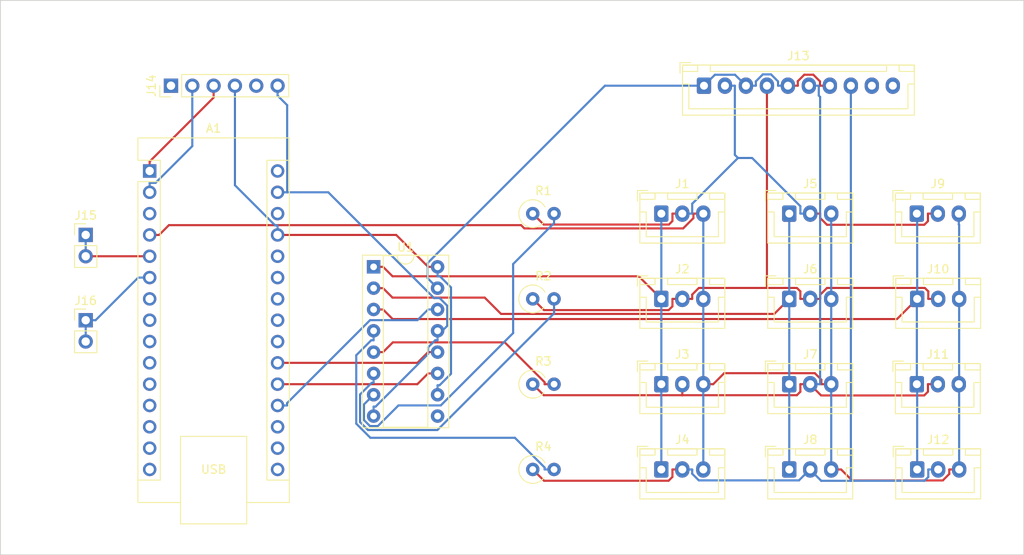
<source format=kicad_pcb>
(kicad_pcb (version 20221018) (generator pcbnew)
  (title_block (comment 4 "AISLER Project ID: CIUTIHGC"))
  (layers (0 "F.Cu" signal) (31 "B.Cu" signal) (34 "B.Paste" user) (35 "F.Paste" user) (36 "B.SilkS" user "B.Silkscreen") (37 "F.SilkS" user "F.Silkscreen") (38 "B.Mask" user) (39 "F.Mask" user) (44 "Edge.Cuts" user))
  (net 0 "")
  (net 22 "Net-(A1-D1{slash}TX)")
  (net 23 "Net-(A1-D0{slash}RX)")
  (net 24 "Net-(J1-Pin_3)")
  (net 25 "Net-(A1-D2)")
  (net 26 "Net-(A1-D3)")
  (net 27 "Net-(A1-A0)")
  (net 28 "Net-(A1-A1)")
  (net 29 "Net-(A1-A2)")
  (net 30 "Net-(A1-+5V)")
  (net 31 "Net-(J14-Pin_6)")
  (net 32 "Net-(J1-Pin_1)")
  (net 33 "Net-(J1-Pin_2)")
  (net 34 "Net-(J10-Pin_2)")
  (net 35 "Net-(J11-Pin_2)")
  (net 36 "Net-(J12-Pin_2)")
  (net 37 "Net-(J5-Pin_1)")
  (net 38 "Net-(J10-Pin_1)")
  (net 39 "Net-(J13-Pin_1)")
  (net 44 "Net-(U1-QH)")
  (net 45 "Net-(U1-QG)")
  (net 46 "Net-(U1-QF)")
  (net 47 "Net-(U1-QE)")
  (footprint "Connector_JST:JST_XH_B3B-XH-A_1x03_P2.50mm_Vertical" (layer "F.Cu") (at 119.38 96.52)
    (fp_text reference "J4" (at 2.5 -3.55) (layer "F.SilkS"))
    (fp_text value "Conn_01x03_Socket")
    (pad "1" thru_hole roundrect (at 0 0) (size 1.7 1.95) (drill 0.95) (layers "*.Cu" "*.Mask") (roundrect_rratio 0.1470588235) (net 32 "Net-(J1-Pin_1)"))
    (pad "2" thru_hole oval (at 2.5 0) (size 1.7 1.95) (drill 0.95) (layers "*.Cu" "*.Mask") (net 36 "Net-(J12-Pin_2)"))
    (pad "3" thru_hole oval (at 5 0) (size 1.7 1.95) (drill 0.95) (layers "*.Cu" "*.Mask") (net 24 "Net-(J1-Pin_3)"))
  )
  (footprint "Connector_PinHeader_2.54mm:PinHeader_1x02_P2.54mm_Vertical" (layer "F.Cu") (at 50.8 78.74)
    (fp_text reference "J16" (at 0 -2.33) (layer "F.SilkS"))
    (fp_text value "Conn_01x02_Socket")
    (pad "1" thru_hole rect (at 0 0) (size 1.7 1.7) (drill 1) (layers "*.Cu" "*.Mask") (net 26 "Net-(A1-D3)"))
    (pad "2" thru_hole oval (at 0 2.54) (size 1.7 1.7) (drill 1) (layers "*.Cu" "*.Mask") (net 26 "Net-(A1-D3)"))
  )
  (footprint "Connector_JST:JST_XH_B3B-XH-A_1x03_P2.50mm_Vertical" (layer "F.Cu") (at 149.82 66.04)
    (fp_text reference "J9" (at 2.5 -3.55) (layer "F.SilkS"))
    (fp_text value "Conn_01x03_Socket")
    (pad "1" thru_hole roundrect (at 0 0) (size 1.7 1.95) (drill 0.95) (layers "*.Cu" "*.Mask") (roundrect_rratio 0.1470588235) (net 38 "Net-(J10-Pin_1)"))
    (pad "2" thru_hole oval (at 2.5 0) (size 1.7 1.95) (drill 0.95) (layers "*.Cu" "*.Mask") (net 33 "Net-(J1-Pin_2)"))
    (pad "3" thru_hole oval (at 5 0) (size 1.7 1.95) (drill 0.95) (layers "*.Cu" "*.Mask") (net 24 "Net-(J1-Pin_3)"))
  )
  (footprint "Module:Arduino_Nano" (layer "F.Cu") (at 58.42 60.96)
    (fp_text reference "A1" (at 7.62 -5.08) (layer "F.SilkS"))
    (fp_text value "Arduino_Nano_v3.x")
    (fp_text user "USB" (at 7.62 35.56 unlocked) (layer "F.SilkS"))
    (pad "1" thru_hole rect (at 0 0) (size 1.6 1.6) (drill 1) (layers "*.Cu" "*.Mask") (net 22 "Net-(A1-D1{slash}TX)"))
    (pad "2" thru_hole oval (at 0 2.54) (size 1.6 1.6) (drill 1) (layers "*.Cu" "*.Mask") (net 23 "Net-(A1-D0{slash}RX)"))
    (pad "3" thru_hole oval (at 0 5.08) (size 1.6 1.6) (drill 1) (layers "*.Cu" "*.Mask"))
    (pad "4" thru_hole oval (at 0 7.62) (size 1.6 1.6) (drill 1) (layers "*.Cu" "*.Mask") (net 24 "Net-(J1-Pin_3)"))
    (pad "5" thru_hole oval (at 0 10.16) (size 1.6 1.6) (drill 1) (layers "*.Cu" "*.Mask") (net 25 "Net-(A1-D2)"))
    (pad "6" thru_hole oval (at 0 12.7) (size 1.6 1.6) (drill 1) (layers "*.Cu" "*.Mask") (net 26 "Net-(A1-D3)"))
    (pad "7" thru_hole oval (at 0 15.24) (size 1.6 1.6) (drill 1) (layers "*.Cu" "*.Mask"))
    (pad "8" thru_hole oval (at 0 17.78) (size 1.6 1.6) (drill 1) (layers "*.Cu" "*.Mask"))
    (pad "9" thru_hole oval (at 0 20.32) (size 1.6 1.6) (drill 1) (layers "*.Cu" "*.Mask"))
    (pad "10" thru_hole oval (at 0 22.86) (size 1.6 1.6) (drill 1) (layers "*.Cu" "*.Mask"))
    (pad "11" thru_hole oval (at 0 25.4) (size 1.6 1.6) (drill 1) (layers "*.Cu" "*.Mask"))
    (pad "12" thru_hole oval (at 0 27.94) (size 1.6 1.6) (drill 1) (layers "*.Cu" "*.Mask"))
    (pad "13" thru_hole oval (at 0 30.48) (size 1.6 1.6) (drill 1) (layers "*.Cu" "*.Mask"))
    (pad "14" thru_hole oval (at 0 33.02) (size 1.6 1.6) (drill 1) (layers "*.Cu" "*.Mask"))
    (pad "15" thru_hole oval (at 0 35.56) (size 1.6 1.6) (drill 1) (layers "*.Cu" "*.Mask"))
    (pad "16" thru_hole oval (at 15.24 35.56) (size 1.6 1.6) (drill 1) (layers "*.Cu" "*.Mask"))
    (pad "17" thru_hole oval (at 15.24 33.02) (size 1.6 1.6) (drill 1) (layers "*.Cu" "*.Mask"))
    (pad "18" thru_hole oval (at 15.24 30.48) (size 1.6 1.6) (drill 1) (layers "*.Cu" "*.Mask"))
    (pad "19" thru_hole oval (at 15.24 27.94) (size 1.6 1.6) (drill 1) (layers "*.Cu" "*.Mask") (net 27 "Net-(A1-A0)"))
    (pad "20" thru_hole oval (at 15.24 25.4) (size 1.6 1.6) (drill 1) (layers "*.Cu" "*.Mask") (net 28 "Net-(A1-A1)"))
    (pad "21" thru_hole oval (at 15.24 22.86) (size 1.6 1.6) (drill 1) (layers "*.Cu" "*.Mask") (net 29 "Net-(A1-A2)"))
    (pad "22" thru_hole oval (at 15.24 20.32) (size 1.6 1.6) (drill 1) (layers "*.Cu" "*.Mask"))
    (pad "23" thru_hole oval (at 15.24 17.78) (size 1.6 1.6) (drill 1) (layers "*.Cu" "*.Mask"))
    (pad "24" thru_hole oval (at 15.24 15.24) (size 1.6 1.6) (drill 1) (layers "*.Cu" "*.Mask"))
    (pad "25" thru_hole oval (at 15.24 12.7) (size 1.6 1.6) (drill 1) (layers "*.Cu" "*.Mask"))
    (pad "26" thru_hole oval (at 15.24 10.16) (size 1.6 1.6) (drill 1) (layers "*.Cu" "*.Mask"))
    (pad "27" thru_hole oval (at 15.24 7.62) (size 1.6 1.6) (drill 1) (layers "*.Cu" "*.Mask") (net 30 "Net-(A1-+5V)"))
    (pad "28" thru_hole oval (at 15.24 5.08) (size 1.6 1.6) (drill 1) (layers "*.Cu" "*.Mask"))
    (pad "29" thru_hole oval (at 15.24 2.54) (size 1.6 1.6) (drill 1) (layers "*.Cu" "*.Mask") (net 31 "Net-(J14-Pin_6)"))
    (pad "30" thru_hole oval (at 15.24 0) (size 1.6 1.6) (drill 1) (layers "*.Cu" "*.Mask"))
  )
  (footprint "Resistor_THT:R_Axial_DIN0309_L9.0mm_D3.2mm_P2.54mm_Vertical" (layer "F.Cu") (at 104.06 86.36)
    (fp_text reference "R3" (at 1.27 -2.72) (layer "F.SilkS"))
    (fp_text value "R")
    (pad "1" thru_hole circle (at 0 0) (size 1.6 1.6) (drill 0.8) (layers "*.Cu" "*.Mask") (net 35 "Net-(J11-Pin_2)"))
    (pad "2" thru_hole oval (at 2.54 0) (size 1.6 1.6) (drill 0.8) (layers "*.Cu" "*.Mask") (net 46 "Net-(U1-QF)"))
  )
  (footprint "Connector_JST:JST_XH_B3B-XH-A_1x03_P2.50mm_Vertical" (layer "F.Cu") (at 119.38 66.04)
    (fp_text reference "J1" (at 2.5 -3.55) (layer "F.SilkS"))
    (fp_text value "Conn_01x03_Socket")
    (pad "1" thru_hole roundrect (at 0 0) (size 1.7 1.95) (drill 0.95) (layers "*.Cu" "*.Mask") (roundrect_rratio 0.1470588235) (net 32 "Net-(J1-Pin_1)"))
    (pad "2" thru_hole oval (at 2.5 0) (size 1.7 1.95) (drill 0.95) (layers "*.Cu" "*.Mask") (net 33 "Net-(J1-Pin_2)"))
    (pad "3" thru_hole oval (at 5 0) (size 1.7 1.95) (drill 0.95) (layers "*.Cu" "*.Mask") (net 24 "Net-(J1-Pin_3)"))
  )
  (footprint "Connector_PinHeader_2.54mm:PinHeader_1x02_P2.54mm_Vertical" (layer "F.Cu") (at 50.8 68.58)
    (fp_text reference "J15" (at 0 -2.33) (layer "F.SilkS"))
    (fp_text value "Conn_01x02_Socket")
    (pad "1" thru_hole rect (at 0 0) (size 1.7 1.7) (drill 1) (layers "*.Cu" "*.Mask") (net 25 "Net-(A1-D2)"))
    (pad "2" thru_hole oval (at 0 2.54) (size 1.7 1.7) (drill 1) (layers "*.Cu" "*.Mask") (net 25 "Net-(A1-D2)"))
  )
  (footprint "Package_DIP:DIP-16_W7.62mm_Socket" (layer "F.Cu") (at 85.1 72.38)
    (fp_text reference "U1" (at 3.81 -2.33) (layer "F.SilkS"))
    (fp_text value "74HC595")
    (pad "1" thru_hole rect (at 0 0) (size 1.6 1.6) (drill 0.8) (layers "*.Cu" "*.Mask") (net 32 "Net-(J1-Pin_1)"))
    (pad "2" thru_hole oval (at 0 2.54) (size 1.6 1.6) (drill 0.8) (layers "*.Cu" "*.Mask") (net 37 "Net-(J5-Pin_1)"))
    (pad "3" thru_hole oval (at 0 5.08) (size 1.6 1.6) (drill 0.8) (layers "*.Cu" "*.Mask") (net 38 "Net-(J10-Pin_1)"))
    (pad "4" thru_hole oval (at 0 7.62) (size 1.6 1.6) (drill 0.8) (layers "*.Cu" "*.Mask") (net 47 "Net-(U1-QE)"))
    (pad "5" thru_hole oval (at 0 10.16) (size 1.6 1.6) (drill 0.8) (layers "*.Cu" "*.Mask") (net 46 "Net-(U1-QF)"))
    (pad "6" thru_hole oval (at 0 12.7) (size 1.6 1.6) (drill 0.8) (layers "*.Cu" "*.Mask") (net 45 "Net-(U1-QG)"))
    (pad "7" thru_hole oval (at 0 15.24) (size 1.6 1.6) (drill 0.8) (layers "*.Cu" "*.Mask") (net 44 "Net-(U1-QH)"))
    (pad "8" thru_hole oval (at 0 17.78) (size 1.6 1.6) (drill 0.8) (layers "*.Cu" "*.Mask") (net 31 "Net-(J14-Pin_6)"))
    (pad "9" thru_hole oval (at 7.62 17.78) (size 1.6 1.6) (drill 0.8) (layers "*.Cu" "*.Mask"))
    (pad "10" thru_hole oval (at 7.62 15.24) (size 1.6 1.6) (drill 0.8) (layers "*.Cu" "*.Mask") (net 30 "Net-(A1-+5V)"))
    (pad "11" thru_hole oval (at 7.62 12.7) (size 1.6 1.6) (drill 0.8) (layers "*.Cu" "*.Mask") (net 28 "Net-(A1-A1)"))
    (pad "12" thru_hole oval (at 7.62 10.16) (size 1.6 1.6) (drill 0.8) (layers "*.Cu" "*.Mask") (net 29 "Net-(A1-A2)"))
    (pad "13" thru_hole oval (at 7.62 7.62) (size 1.6 1.6) (drill 0.8) (layers "*.Cu" "*.Mask") (net 31 "Net-(J14-Pin_6)"))
    (pad "14" thru_hole oval (at 7.62 5.08) (size 1.6 1.6) (drill 0.8) (layers "*.Cu" "*.Mask") (net 27 "Net-(A1-A0)"))
    (pad "15" thru_hole oval (at 7.62 2.54) (size 1.6 1.6) (drill 0.8) (layers "*.Cu" "*.Mask") (net 39 "Net-(J13-Pin_1)"))
    (pad "16" thru_hole oval (at 7.62 0) (size 1.6 1.6) (drill 0.8) (layers "*.Cu" "*.Mask") (net 30 "Net-(A1-+5V)"))
  )
  (footprint "Connector_JST:JST_XH_B3B-XH-A_1x03_P2.50mm_Vertical" (layer "F.Cu") (at 134.62 76.2)
    (fp_text reference "J6" (at 2.5 -3.55) (layer "F.SilkS"))
    (fp_text value "Conn_01x03_Socket")
    (pad "1" thru_hole roundrect (at 0 0) (size 1.7 1.95) (drill 0.95) (layers "*.Cu" "*.Mask") (roundrect_rratio 0.1470588235) (net 37 "Net-(J5-Pin_1)"))
    (pad "2" thru_hole oval (at 2.5 0) (size 1.7 1.95) (drill 0.95) (layers "*.Cu" "*.Mask") (net 34 "Net-(J10-Pin_2)"))
    (pad "3" thru_hole oval (at 5 0) (size 1.7 1.95) (drill 0.95) (layers "*.Cu" "*.Mask") (net 24 "Net-(J1-Pin_3)"))
  )
  (footprint "Connector_JST:JST_XH_B3B-XH-A_1x03_P2.50mm_Vertical" (layer "F.Cu") (at 149.82 86.36)
    (fp_text reference "J11" (at 2.5 -3.55) (layer "F.SilkS"))
    (fp_text value "Conn_01x03_Socket")
    (pad "1" thru_hole roundrect (at 0 0) (size 1.7 1.95) (drill 0.95) (layers "*.Cu" "*.Mask") (roundrect_rratio 0.1470588235) (net 38 "Net-(J10-Pin_1)"))
    (pad "2" thru_hole oval (at 2.5 0) (size 1.7 1.95) (drill 0.95) (layers "*.Cu" "*.Mask") (net 35 "Net-(J11-Pin_2)"))
    (pad "3" thru_hole oval (at 5 0) (size 1.7 1.95) (drill 0.95) (layers "*.Cu" "*.Mask") (net 24 "Net-(J1-Pin_3)"))
  )
  (footprint "Resistor_THT:R_Axial_DIN0309_L9.0mm_D3.2mm_P2.54mm_Vertical" (layer "F.Cu") (at 104.06 66.04)
    (fp_text reference "R1" (at 1.27 -2.72) (layer "F.SilkS"))
    (fp_text value "R")
    (pad "1" thru_hole circle (at 0 0) (size 1.6 1.6) (drill 0.8) (layers "*.Cu" "*.Mask") (net 33 "Net-(J1-Pin_2)"))
    (pad "2" thru_hole oval (at 2.54 0) (size 1.6 1.6) (drill 0.8) (layers "*.Cu" "*.Mask") (net 44 "Net-(U1-QH)"))
  )
  (footprint "Connector_JST:JST_XH_B3B-XH-A_1x03_P2.50mm_Vertical" (layer "F.Cu") (at 134.62 86.36)
    (fp_text reference "J7" (at 2.5 -3.55) (layer "F.SilkS"))
    (fp_text value "Conn_01x03_Socket")
    (pad "1" thru_hole roundrect (at 0 0) (size 1.7 1.95) (drill 0.95) (layers "*.Cu" "*.Mask") (roundrect_rratio 0.1470588235) (net 37 "Net-(J5-Pin_1)"))
    (pad "2" thru_hole oval (at 2.5 0) (size 1.7 1.95) (drill 0.95) (layers "*.Cu" "*.Mask") (net 35 "Net-(J11-Pin_2)"))
    (pad "3" thru_hole oval (at 5 0) (size 1.7 1.95) (drill 0.95) (layers "*.Cu" "*.Mask") (net 24 "Net-(J1-Pin_3)"))
  )
  (footprint "Connector_PinHeader_2.54mm:PinHeader_1x06_P2.54mm_Vertical" (layer "F.Cu") (at 60.96 50.8 90)
    (fp_text reference "J14" (at 0 -2.33 90) (layer "F.SilkS"))
    (fp_text value "Conn_01x06_Socket")
    (pad "1" thru_hole rect (at 0 0 90) (size 1.7 1.7) (drill 1) (layers "*.Cu" "*.Mask"))
    (pad "2" thru_hole oval (at 0 2.54 90) (size 1.7 1.7) (drill 1) (layers "*.Cu" "*.Mask") (net 23 "Net-(A1-D0{slash}RX)"))
    (pad "3" thru_hole oval (at 0 5.08 90) (size 1.7 1.7) (drill 1) (layers "*.Cu" "*.Mask") (net 22 "Net-(A1-D1{slash}TX)"))
    (pad "4" thru_hole oval (at 0 7.62 90) (size 1.7 1.7) (drill 1) (layers "*.Cu" "*.Mask") (net 30 "Net-(A1-+5V)"))
    (pad "5" thru_hole oval (at 0 10.16 90) (size 1.7 1.7) (drill 1) (layers "*.Cu" "*.Mask"))
    (pad "6" thru_hole oval (at 0 12.7 90) (size 1.7 1.7) (drill 1) (layers "*.Cu" "*.Mask") (net 31 "Net-(J14-Pin_6)"))
  )
  (footprint "Resistor_THT:R_Axial_DIN0309_L9.0mm_D3.2mm_P2.54mm_Vertical" (layer "F.Cu") (at 104.06 96.52)
    (fp_text reference "R4" (at 1.27 -2.72) (layer "F.SilkS"))
    (fp_text value "R")
    (pad "1" thru_hole circle (at 0 0) (size 1.6 1.6) (drill 0.8) (layers "*.Cu" "*.Mask") (net 36 "Net-(J12-Pin_2)"))
    (pad "2" thru_hole oval (at 2.54 0) (size 1.6 1.6) (drill 0.8) (layers "*.Cu" "*.Mask") (net 47 "Net-(U1-QE)"))
  )
  (footprint "Connector_JST:JST_XH_B3B-XH-A_1x03_P2.50mm_Vertical" (layer "F.Cu") (at 134.62 96.52)
    (fp_text reference "J8" (at 2.5 -3.55) (layer "F.SilkS"))
    (fp_text value "Conn_01x03_Socket")
    (pad "1" thru_hole roundrect (at 0 0) (size 1.7 1.95) (drill 0.95) (layers "*.Cu" "*.Mask") (roundrect_rratio 0.1470588235) (net 37 "Net-(J5-Pin_1)"))
    (pad "2" thru_hole oval (at 2.5 0) (size 1.7 1.95) (drill 0.95) (layers "*.Cu" "*.Mask") (net 36 "Net-(J12-Pin_2)"))
    (pad "3" thru_hole oval (at 5 0) (size 1.7 1.95) (drill 0.95) (layers "*.Cu" "*.Mask") (net 24 "Net-(J1-Pin_3)"))
  )
  (footprint "Connector_JST:JST_XH_B3B-XH-A_1x03_P2.50mm_Vertical" (layer "F.Cu") (at 134.62 66.04)
    (fp_text reference "J5" (at 2.5 -3.55) (layer "F.SilkS"))
    (fp_text value "Conn_01x03_Socket")
    (pad "1" thru_hole roundrect (at 0 0) (size 1.7 1.95) (drill 0.95) (layers "*.Cu" "*.Mask") (roundrect_rratio 0.1470588235) (net 37 "Net-(J5-Pin_1)"))
    (pad "2" thru_hole oval (at 2.5 0) (size 1.7 1.95) (drill 0.95) (layers "*.Cu" "*.Mask") (net 33 "Net-(J1-Pin_2)"))
    (pad "3" thru_hole oval (at 5 0) (size 1.7 1.95) (drill 0.95) (layers "*.Cu" "*.Mask") (net 24 "Net-(J1-Pin_3)"))
  )
  (footprint "Connector_JST:JST_XH_B10B-XH-A_1x10_P2.50mm_Vertical" (layer "F.Cu") (at 124.46 50.8)
    (fp_text reference "J13" (at 11.25 -3.55) (layer "F.SilkS"))
    (fp_text value "Conn_01x10_Socket")
    (pad "1" thru_hole roundrect (at 0 0) (size 1.7 1.95) (drill 0.95) (layers "*.Cu" "*.Mask") (roundrect_rratio 0.1470588235) (net 39 "Net-(J13-Pin_1)"))
    (pad "2" thru_hole oval (at 2.5 0) (size 1.7 1.95) (drill 0.95) (layers "*.Cu" "*.Mask") (net 33 "Net-(J1-Pin_2)"))
    (pad "3" thru_hole oval (at 5 0) (size 1.7 1.95) (drill 0.95) (layers "*.Cu" "*.Mask") (net 39 "Net-(J13-Pin_1)"))
    (pad "4" thru_hole oval (at 7.5 0) (size 1.7 1.95) (drill 0.95) (layers "*.Cu" "*.Mask") (net 34 "Net-(J10-Pin_2)"))
    (pad "5" thru_hole oval (at 10 0) (size 1.7 1.95) (drill 0.95) (layers "*.Cu" "*.Mask") (net 39 "Net-(J13-Pin_1)"))
    (pad "6" thru_hole oval (at 12.5 0) (size 1.7 1.95) (drill 0.95) (layers "*.Cu" "*.Mask") (net 35 "Net-(J11-Pin_2)"))
    (pad "7" thru_hole oval (at 15 0) (size 1.7 1.95) (drill 0.95) (layers "*.Cu" "*.Mask") (net 39 "Net-(J13-Pin_1)"))
    (pad "8" thru_hole oval (at 17.5 0) (size 1.7 1.95) (drill 0.95) (layers "*.Cu" "*.Mask") (net 36 "Net-(J12-Pin_2)"))
    (pad "9" thru_hole oval (at 20 0) (size 1.7 1.95) (drill 0.95) (layers "*.Cu" "*.Mask"))
    (pad "10" thru_hole oval (at 22.5 0) (size 1.7 1.95) (drill 0.95) (layers "*.Cu" "*.Mask"))
  )
  (footprint "Resistor_THT:R_Axial_DIN0309_L9.0mm_D3.2mm_P2.54mm_Vertical" (layer "F.Cu") (at 104.06 76.2)
    (fp_text reference "R2" (at 1.27 -2.72) (layer "F.SilkS"))
    (fp_text value "R")
    (pad "1" thru_hole circle (at 0 0) (size 1.6 1.6) (drill 0.8) (layers "*.Cu" "*.Mask") (net 34 "Net-(J10-Pin_2)"))
    (pad "2" thru_hole oval (at 2.54 0) (size 1.6 1.6) (drill 0.8) (layers "*.Cu" "*.Mask") (net 45 "Net-(U1-QG)"))
  )
  (footprint "Connector_JST:JST_XH_B3B-XH-A_1x03_P2.50mm_Vertical" (layer "F.Cu") (at 119.38 76.2)
    (fp_text reference "J2" (at 2.5 -3.55) (layer "F.SilkS"))
    (fp_text value "Conn_01x03_Socket")
    (pad "1" thru_hole roundrect (at 0 0) (size 1.7 1.95) (drill 0.95) (layers "*.Cu" "*.Mask") (roundrect_rratio 0.1470588235) (net 32 "Net-(J1-Pin_1)"))
    (pad "2" thru_hole oval (at 2.5 0) (size 1.7 1.95) (drill 0.95) (layers "*.Cu" "*.Mask") (net 34 "Net-(J10-Pin_2)"))
    (pad "3" thru_hole oval (at 5 0) (size 1.7 1.95) (drill 0.95) (layers "*.Cu" "*.Mask") (net 24 "Net-(J1-Pin_3)"))
  )
  (footprint "Connector_JST:JST_XH_B3B-XH-A_1x03_P2.50mm_Vertical" (layer "F.Cu") (at 119.38 86.36)
    (fp_text reference "J3" (at 2.5 -3.55) (layer "F.SilkS"))
    (fp_text value "Conn_01x03_Socket")
    (pad "1" thru_hole roundrect (at 0 0) (size 1.7 1.95) (drill 0.95) (layers "*.Cu" "*.Mask") (roundrect_rratio 0.1470588235) (net 32 "Net-(J1-Pin_1)"))
    (pad "2" thru_hole oval (at 2.5 0) (size 1.7 1.95) (drill 0.95) (layers "*.Cu" "*.Mask") (net 35 "Net-(J11-Pin_2)"))
    (pad "3" thru_hole oval (at 5 0) (size 1.7 1.95) (drill 0.95) (layers "*.Cu" "*.Mask") (net 24 "Net-(J1-Pin_3)"))
  )
  (footprint "Connector_JST:JST_XH_B3B-XH-A_1x03_P2.50mm_Vertical" (layer "F.Cu") (at 149.86 76.2)
    (fp_text reference "J10" (at 2.5 -3.55) (layer "F.SilkS"))
    (fp_text value "Conn_01x03_Socket")
    (pad "1" thru_hole roundrect (at 0 0) (size 1.7 1.95) (drill 0.95) (layers "*.Cu" "*.Mask") (roundrect_rratio 0.1470588235) (net 38 "Net-(J10-Pin_1)"))
    (pad "2" thru_hole oval (at 2.5 0) (size 1.7 1.95) (drill 0.95) (layers "*.Cu" "*.Mask") (net 34 "Net-(J10-Pin_2)"))
    (pad "3" thru_hole oval (at 5 0) (size 1.7 1.95) (drill 0.95) (layers "*.Cu" "*.Mask") (net 24 "Net-(J1-Pin_3)"))
  )
  (footprint "Connector_JST:JST_XH_B3B-XH-A_1x03_P2.50mm_Vertical" (layer "F.Cu") (at 149.86 96.52)
    (fp_text reference "J12" (at 2.5 -3.55) (layer "F.SilkS"))
    (fp_text value "Conn_01x03_Socket")
    (pad "1" thru_hole roundrect (at 0 0) (size 1.7 1.95) (drill 0.95) (layers "*.Cu" "*.Mask") (roundrect_rratio 0.1470588235) (net 38 "Net-(J10-Pin_1)"))
    (pad "2" thru_hole oval (at 2.5 0) (size 1.7 1.95) (drill 0.95) (layers "*.Cu" "*.Mask") (net 36 "Net-(J12-Pin_2)"))
    (pad "3" thru_hole oval (at 5 0) (size 1.7 1.95) (drill 0.95) (layers "*.Cu" "*.Mask") (net 24 "Net-(J1-Pin_3)"))
  )
  (gr_line (start 162.56 106.68) (end 162.56 40.64) (stroke (width 0.1)) (layer "Edge.Cuts"))
  (gr_line (start 162.56 40.64) (end 40.64 40.64) (stroke (width 0.1)) (layer "Edge.Cuts"))
  (gr_line (start 40.64 106.68) (end 162.56 106.68) (stroke (width 0.1)) (layer "Edge.Cuts"))
  (gr_line (start 40.64 40.64) (end 40.64 106.68) (stroke (width 0.1)) (layer "Edge.Cuts"))
  (segment (start 58.42 60.96) (end 58.42 59.8331) (width 0.25) (layer "F.Cu") (net 22))
  (segment (start 58.42 59.8331) (end 66.04 52.2131) (width 0.25) (layer "F.Cu") (net 22))
  (segment (start 66.04 52.2131) (end 66.04 50.8) (width 0.25) (layer "F.Cu") (net 22))
  (segment (start 63.5 57.9974) (end 63.5 50.8) (width 0.25) (layer "B.Cu") (net 23))
  (segment (start 58.42 62.3731) (end 59.1243 62.3731) (width 0.25) (layer "B.Cu") (net 23))
  (segment (start 59.1243 62.3731) (end 63.5 57.9974) (width 0.25) (layer "B.Cu") (net 23))
  (segment (start 58.42 63.5) (end 58.42 62.3731) (width 0.25) (layer "B.Cu") (net 23))
  (segment (start 126.866 85.0507) (end 125.557 86.36) (width 0.25) (layer "F.Cu") (net 24))
  (segment (start 140.797 96.52) (end 139.62 96.52) (width 0.25) (layer "F.Cu") (net 24))
  (segment (start 102.668 67.4124) (end 60.7145 67.4124) (width 0.25) (layer "F.Cu") (net 24))
  (segment (start 138.443 85.8239) (end 137.67 85.0507) (width 0.25) (layer "F.Cu") (net 24))
  (segment (start 124.38 66.04) (end 123.203 66.04) (width 0.25) (layer "F.Cu") (net 24))
  (segment (start 103.059 67.8033) (end 102.668 67.4124) (width 0.25) (layer "F.Cu") (net 24))
  (segment (start 138.443 86.36) (end 138.443 85.8239) (width 0.25) (layer "F.Cu") (net 24))
  (segment (start 121.976 67.8033) (end 103.059 67.8033) (width 0.25) (layer "F.Cu") (net 24))
  (segment (start 139.62 86.36) (end 138.443 86.36) (width 0.25) (layer "F.Cu") (net 24))
  (segment (start 153.683 97.0561) (end 152.912 97.8275) (width 0.25) (layer "F.Cu") (net 24))
  (segment (start 59.5469 68.58) (end 58.42 68.58) (width 0.25) (layer "F.Cu") (net 24))
  (segment (start 60.7145 67.4124) (end 59.5469 68.58) (width 0.25) (layer "F.Cu") (net 24))
  (segment (start 152.912 97.8275) (end 142.104 97.8275) (width 0.25) (layer "F.Cu") (net 24))
  (segment (start 125.557 86.36) (end 124.38 86.36) (width 0.25) (layer "F.Cu") (net 24))
  (segment (start 154.86 96.52) (end 153.683 96.52) (width 0.25) (layer "F.Cu") (net 24))
  (segment (start 153.683 96.52) (end 153.683 97.0561) (width 0.25) (layer "F.Cu") (net 24))
  (segment (start 137.67 85.0507) (end 126.866 85.0507) (width 0.25) (layer "F.Cu") (net 24))
  (segment (start 142.104 97.8275) (end 140.797 96.52) (width 0.25) (layer "F.Cu") (net 24))
  (segment (start 123.203 66.04) (end 123.203 66.5761) (width 0.25) (layer "F.Cu") (net 24))
  (segment (start 123.203 66.5761) (end 121.976 67.8033) (width 0.25) (layer "F.Cu") (net 24))
  (segment (start 154.82 66.04) (end 154.82 67.3419) (width 0.25) (layer "B.Cu") (net 24))
  (segment (start 154.86 86.36) (end 154.86 96.52) (width 0.25) (layer "B.Cu") (net 24))
  (segment (start 124.38 66.04) (end 124.38 76.2) (width 0.25) (layer "B.Cu") (net 24))
  (segment (start 139.62 86.36) (end 139.62 96.52) (width 0.25) (layer "B.Cu") (net 24))
  (segment (start 124.38 86.36) (end 124.38 96.52) (width 0.25) (layer "B.Cu") (net 24))
  (segment (start 154.86 76.2) (end 154.86 86.36) (width 0.25) (layer "B.Cu") (net 24))
  (segment (start 124.38 76.2) (end 124.38 86.36) (width 0.25) (layer "B.Cu") (net 24))
  (segment (start 154.82 86.36) (end 154.86 86.36) (width 0.25) (layer "B.Cu") (net 24))
  (segment (start 139.62 66.04) (end 139.62 76.2) (width 0.25) (layer "B.Cu") (net 24))
  (segment (start 139.62 76.2) (end 139.62 86.36) (width 0.25) (layer "B.Cu") (net 24))
  (segment (start 154.82 67.3419) (end 154.86 67.3819) (width 0.25) (layer "B.Cu") (net 24))
  (segment (start 154.86 67.3819) (end 154.86 76.2) (width 0.25) (layer "B.Cu") (net 24))
  (segment (start 58.42 71.12) (end 50.8 71.12) (width 0.25) (layer "F.Cu") (net 25))
  (segment (start 50.8 71.12) (end 50.8 68.58) (width 0.25) (layer "B.Cu") (net 25))
  (segment (start 50.8 81.28) (end 50.8 78.74) (width 0.25) (layer "B.Cu") (net 26))
  (segment (start 51.9769 78.74) (end 57.0569 73.66) (width 0.25) (layer "B.Cu") (net 26))
  (segment (start 57.0569 73.66) (end 58.42 73.66) (width 0.25) (layer "B.Cu") (net 26))
  (segment (start 50.8 78.74) (end 51.9769 78.74) (width 0.25) (layer "B.Cu") (net 26))
  (segment (start 74.7869 88.9) (end 73.66 88.9) (width 0.25) (layer "B.Cu") (net 27))
  (segment (start 74.7869 88.6183) (end 74.7869 88.9) (width 0.25) (layer "B.Cu") (net 27))
  (segment (start 84.6752 78.73) (end 74.7869 88.6183) (width 0.25) (layer "B.Cu") (net 27))
  (segment (start 90.3231 78.73) (end 84.6752 78.73) (width 0.25) (layer "B.Cu") (net 27))
  (segment (start 91.5931 77.46) (end 90.3231 78.73) (width 0.25) (layer "B.Cu") (net 27))
  (segment (start 92.72 77.46) (end 91.5931 77.46) (width 0.25) (layer "B.Cu") (net 27))
  (segment (start 92.72 85.08) (end 91.5931 85.08) (width 0.25) (layer "F.Cu") (net 28))
  (segment (start 90.3131 86.36) (end 73.66 86.36) (width 0.25) (layer "F.Cu") (net 28))
  (segment (start 91.5931 85.08) (end 90.3131 86.36) (width 0.25) (layer "F.Cu") (net 28))
  (segment (start 92.72 82.54) (end 91.5931 82.54) (width 0.25) (layer "F.Cu") (net 29))
  (segment (start 91.5931 82.54) (end 90.3131 83.82) (width 0.25) (layer "F.Cu") (net 29))
  (segment (start 90.3131 83.82) (end 73.66 83.82) (width 0.25) (layer "F.Cu") (net 29))
  (segment (start 87.7931 68.58) (end 73.66 68.58) (width 0.25) (layer "F.Cu") (net 30))
  (segment (start 91.5931 72.38) (end 87.7931 68.58) (width 0.25) (layer "F.Cu") (net 30))
  (segment (start 92.72 72.38) (end 91.5931 72.38) (width 0.25) (layer "F.Cu") (net 30))
  (segment (start 92.9535 86.4931) (end 94.3213 85.1253) (width 0.25) (layer "B.Cu") (net 30))
  (segment (start 73.3783 67.4531) (end 68.58 62.6548) (width 0.25) (layer "B.Cu") (net 30))
  (segment (start 92.72 87.62) (end 92.72 86.4931) (width 0.25) (layer "B.Cu") (net 30))
  (segment (start 73.66 68.58) (end 73.66 67.4531) (width 0.25) (layer "B.Cu") (net 30))
  (segment (start 94.3213 85.1253) (end 94.3213 74.8265) (width 0.25) (layer "B.Cu") (net 30))
  (segment (start 92.72 86.4931) (end 92.9535 86.4931) (width 0.25) (layer "B.Cu") (net 30))
  (segment (start 94.3213 74.8265) (end 93.0017 73.5069) (width 0.25) (layer "B.Cu") (net 30))
  (segment (start 73.66 67.4531) (end 73.3783 67.4531) (width 0.25) (layer "B.Cu") (net 30))
  (segment (start 68.58 62.6548) (end 68.58 50.8) (width 0.25) (layer "B.Cu") (net 30))
  (segment (start 93.0017 73.5069) (end 92.72 73.5069) (width 0.25) (layer "B.Cu") (net 30))
  (segment (start 92.72 73.5069) (end 92.72 72.38) (width 0.25) (layer "B.Cu") (net 30))
  (segment (start 73.66 50.8) (end 73.66 51.9769) (width 0.25) (layer "B.Cu") (net 31))
  (segment (start 92.72 80) (end 92.72 80.5634) (width 0.25) (layer "B.Cu") (net 31))
  (segment (start 74.8026 63.5) (end 73.66 63.5) (width 0.25) (layer "B.Cu") (net 31))
  (segment (start 93.8694 79.414) (end 93.8694 77.0061) (width 0.25) (layer "B.Cu") (net 31))
  (segment (start 85.3335 89.0331) (end 91.5931 82.7735) (width 0.25) (layer "B.Cu") (net 31))
  (segment (start 85.1 90.16) (end 85.1 89.0331) (width 0.25) (layer "B.Cu") (net 31))
  (segment (start 85.1 89.0331) (end 85.3335 89.0331) (width 0.25) (layer "B.Cu") (net 31))
  (segment (start 92.72 81.1269) (end 92.72 80.5634) (width 0.25) (layer "B.Cu") (net 31))
  (segment (start 93.8694 77.0061) (end 92.9672 76.1039) (width 0.25) (layer "B.Cu") (net 31))
  (segment (start 91.5931 82.7735) (end 91.5931 81.972) (width 0.25) (layer "B.Cu") (net 31))
  (segment (start 73.66 51.9769) (end 74.8026 53.1195) (width 0.25) (layer "B.Cu") (net 31))
  (segment (start 91.5931 81.972) (end 92.4382 81.1269) (width 0.25) (layer "B.Cu") (net 31))
  (segment (start 92.9672 76.1039) (end 92.3041 76.1039) (width 0.25) (layer "B.Cu") (net 31))
  (segment (start 79.7002 63.5) (end 74.8026 63.5) (width 0.25) (layer "B.Cu") (net 31))
  (segment (start 92.72 80.5634) (end 93.8694 79.414) (width 0.25) (layer "B.Cu") (net 31))
  (segment (start 92.3041 76.1039) (end 79.7002 63.5) (width 0.25) (layer "B.Cu") (net 31))
  (segment (start 74.8026 53.1195) (end 74.8026 63.5) (width 0.25) (layer "B.Cu") (net 31))
  (segment (start 92.4382 81.1269) (end 92.72 81.1269) (width 0.25) (layer "B.Cu") (net 31))
  (segment (start 85.1 72.38) (end 86.2269 72.38) (width 0.25) (layer "F.Cu") (net 32))
  (segment (start 116.687 73.5069) (end 119.38 76.2) (width 0.25) (layer "F.Cu") (net 32))
  (segment (start 86.2269 72.38) (end 87.3538 73.5069) (width 0.25) (layer "F.Cu") (net 32))
  (segment (start 87.3538 73.5069) (end 116.687 73.5069) (width 0.25) (layer "F.Cu") (net 32))
  (segment (start 119.38 86.36) (end 119.38 96.52) (width 0.25) (layer "B.Cu") (net 32))
  (segment (start 119.38 66.04) (end 119.38 76.2) (width 0.25) (layer "B.Cu") (net 32))
  (segment (start 119.38 76.2) (end 119.38 86.36) (width 0.25) (layer "B.Cu") (net 32))
  (segment (start 139.11 67.3684) (end 138.297 66.5549) (width 0.25) (layer "F.Cu") (net 33))
  (segment (start 138.297 66.04) (end 137.12 66.04) (width 0.25) (layer "F.Cu") (net 33))
  (segment (start 151.143 66.04) (end 151.143 66.9348) (width 0.25) (layer "F.Cu") (net 33))
  (segment (start 121.88 66.04) (end 120.703 66.04) (width 0.25) (layer "F.Cu") (net 33))
  (segment (start 120.283 67.343) (end 105.363 67.343) (width 0.25) (layer "F.Cu") (net 33))
  (segment (start 120.703 66.9227) (end 120.283 67.343) (width 0.25) (layer "F.Cu") (net 33))
  (segment (start 150.71 67.3684) (end 139.11 67.3684) (width 0.25) (layer "F.Cu") (net 33))
  (segment (start 105.363 67.343) (end 104.06 66.04) (width 0.25) (layer "F.Cu") (net 33))
  (segment (start 138.297 66.5549) (end 138.297 66.04) (width 0.25) (layer "F.Cu") (net 33))
  (segment (start 151.143 66.9348) (end 150.71 67.3684) (width 0.25) (layer "F.Cu") (net 33))
  (segment (start 120.703 66.04) (end 120.703 66.9227) (width 0.25) (layer "F.Cu") (net 33))
  (segment (start 152.32 66.04) (end 151.143 66.04) (width 0.25) (layer "F.Cu") (net 33))
  (segment (start 135.943 66.04) (end 135.943 65.1601) (width 0.25) (layer "B.Cu") (net 33))
  (segment (start 123.057 64.8631) (end 128.51 59.4101) (width 0.25) (layer "B.Cu") (net 33))
  (segment (start 135.943 65.1601) (end 130.193 59.4101) (width 0.25) (layer "B.Cu") (net 33))
  (segment (start 128.137 59.0371) (end 128.137 50.8) (width 0.25) (layer "B.Cu") (net 33))
  (segment (start 137.12 66.04) (end 135.943 66.04) (width 0.25) (layer "B.Cu") (net 33))
  (segment (start 130.193 59.4101) (end 128.51 59.4101) (width 0.25) (layer "B.Cu") (net 33))
  (segment (start 123.057 66.04) (end 123.057 64.8631) (width 0.25) (layer "B.Cu") (net 33))
  (segment (start 121.88 66.04) (end 123.057 66.04) (width 0.25) (layer "B.Cu") (net 33))
  (segment (start 128.51 59.4101) (end 128.137 59.0371) (width 0.25) (layer "B.Cu") (net 33))
  (segment (start 128.137 50.8) (end 126.96 50.8) (width 0.25) (layer "B.Cu") (net 33))
  (segment (start 123.057 76.2) (end 123.057 75.6851) (width 0.25) (layer "F.Cu") (net 34))
  (segment (start 121.88 76.2) (end 123.057 76.2) (width 0.25) (layer "F.Cu") (net 34))
  (segment (start 123.057 75.6851) (end 123.845 74.8971) (width 0.25) (layer "F.Cu") (net 34))
  (segment (start 150.773 74.8954) (end 139.114 74.8954) (width 0.25) (layer "F.Cu") (net 34))
  (segment (start 131.96 74.8971) (end 135.535 74.8971) (width 0.25) (layer "F.Cu") (net 34))
  (segment (start 121.88 76.2) (end 120.703 76.2) (width 0.25) (layer "F.Cu") (net 34))
  (segment (start 151.183 76.2) (end 151.183 75.3052) (width 0.25) (layer "F.Cu") (net 34))
  (segment (start 138.297 76.2) (end 137.12 76.2) (width 0.25) (layer "F.Cu") (net 34))
  (segment (start 120.248 77.5373) (end 105.397 77.5373) (width 0.25) (layer "F.Cu") (net 34))
  (segment (start 139.114 74.8954) (end 138.297 75.712) (width 0.25) (layer "F.Cu") (net 34))
  (segment (start 135.535 74.8971) (end 135.943 75.3052) (width 0.25) (layer "F.Cu") (net 34))
  (segment (start 123.845 74.8971) (end 131.96 74.8971) (width 0.25) (layer "F.Cu") (net 34))
  (segment (start 138.297 75.712) (end 138.297 76.2) (width 0.25) (layer "F.Cu") (net 34))
  (segment (start 131.96 74.8971) (end 131.96 50.8) (width 0.25) (layer "F.Cu") (net 34))
  (segment (start 135.943 76.2) (end 137.12 76.2) (width 0.25) (layer "F.Cu") (net 34))
  (segment (start 120.703 77.0827) (end 120.248 77.5373) (width 0.25) (layer "F.Cu") (net 34))
  (segment (start 105.397 77.5373) (end 104.06 76.2) (width 0.25) (layer "F.Cu") (net 34))
  (segment (start 152.36 76.2) (end 151.183 76.2) (width 0.25) (layer "F.Cu") (net 34))
  (segment (start 151.183 75.3052) (end 150.773 74.8954) (width 0.25) (layer "F.Cu") (net 34))
  (segment (start 120.703 76.2) (end 120.703 77.0827) (width 0.25) (layer "F.Cu") (net 34))
  (segment (start 135.943 75.3052) (end 135.943 76.2) (width 0.25) (layer "F.Cu") (net 34))
  (segment (start 105.375 87.6746) (end 121.88 87.6746) (width 0.25) (layer "F.Cu") (net 35))
  (segment (start 121.88 86.36) (end 121.88 87.6746) (width 0.25) (layer "F.Cu") (net 35))
  (segment (start 152.32 86.36) (end 151.143 86.36) (width 0.25) (layer "F.Cu") (net 35))
  (segment (start 151.143 87.2548) (end 150.695 87.7028) (width 0.25) (layer "F.Cu") (net 35))
  (segment (start 135.943 86.36) (end 135.943 87.2548) (width 0.25) (layer "F.Cu") (net 35))
  (segment (start 135.943 87.2548) (end 135.523 87.6746) (width 0.25) (layer "F.Cu") (net 35))
  (segment (start 138.416 87.7028) (end 137.074 86.36) (width 0.25) (layer "F.Cu") (net 35))
  (segment (start 150.695 87.7028) (end 138.416 87.7028) (width 0.25) (layer "F.Cu") (net 35))
  (segment (start 137.12 86.36) (end 137.074 86.36) (width 0.25) (layer "F.Cu") (net 35))
  (segment (start 135.523 87.6746) (end 121.88 87.6746) (width 0.25) (layer "F.Cu") (net 35))
  (segment (start 137.074 86.36) (end 135.943 86.36) (width 0.25) (layer "F.Cu") (net 35))
  (segment (start 104.06 86.36) (end 105.375 87.6746) (width 0.25) (layer "F.Cu") (net 35))
  (segment (start 151.143 86.36) (end 151.143 87.2548) (width 0.25) (layer "F.Cu") (net 35))
  (segment (start 138.137 50.8) (end 138.137 51.9769) (width 0.25) (layer "B.Cu") (net 35))
  (segment (start 138.297 86.36) (end 137.12 86.36) (width 0.25) (layer "B.Cu") (net 35))
  (segment (start 138.297 52.1369) (end 138.297 86.36) (width 0.25) (layer "B.Cu") (net 35))
  (segment (start 138.137 51.9769) (end 138.297 52.1369) (width 0.25) (layer "B.Cu") (net 35))
  (segment (start 136.96 50.8) (end 138.137 50.8) (width 0.25) (layer "B.Cu") (net 35))
  (segment (start 120.703 97.4027) (end 120.24 97.8659) (width 0.25) (layer "F.Cu") (net 36))
  (segment (start 105.406 97.8659) (end 104.06 96.52) (width 0.25) (layer "F.Cu") (net 36))
  (segment (start 120.24 97.8659) (end 105.406 97.8659) (width 0.25) (layer "F.Cu") (net 36))
  (segment (start 121.88 96.52) (end 120.703 96.52) (width 0.25) (layer "F.Cu") (net 36))
  (segment (start 120.703 96.52) (end 120.703 97.4027) (width 0.25) (layer "F.Cu") (net 36))
  (segment (start 151.183 96.52) (end 152.36 96.52) (width 0.25) (layer "B.Cu") (net 36))
  (segment (start 137.12 96.52) (end 137.074 96.52) (width 0.25) (layer "B.Cu") (net 36))
  (segment (start 123.845 97.8229) (end 135.771 97.8229) (width 0.25) (layer "B.Cu") (net 36))
  (segment (start 123.057 96.52) (end 123.057 97.0349) (width 0.25) (layer "B.Cu") (net 36))
  (segment (start 141.96 97.8712) (end 141.96 50.8) (width 0.25) (layer "B.Cu") (net 36))
  (segment (start 151.183 97.4148) (end 151.183 96.52) (width 0.25) (layer "B.Cu") (net 36))
  (segment (start 123.057 97.0349) (end 123.845 97.8229) (width 0.25) (layer "B.Cu") (net 36))
  (segment (start 121.88 96.52) (end 123.057 96.52) (width 0.25) (layer "B.Cu") (net 36))
  (segment (start 150.727 97.8712) (end 151.183 97.4148) (width 0.25) (layer "B.Cu") (net 36))
  (segment (start 137.074 96.52) (end 138.425 97.8712) (width 0.25) (layer "B.Cu") (net 36))
  (segment (start 138.425 97.8712) (end 141.96 97.8712) (width 0.25) (layer "B.Cu") (net 36))
  (segment (start 135.771 97.8229) (end 137.074 96.52) (width 0.25) (layer "B.Cu") (net 36))
  (segment (start 141.96 97.8712) (end 150.727 97.8712) (width 0.25) (layer "B.Cu") (net 36))
  (segment (start 85.1 74.92) (end 86.2269 74.92) (width 0.25) (layer "F.Cu") (net 37))
  (segment (start 86.2269 74.92) (end 87.3538 76.0469) (width 0.25) (layer "F.Cu") (net 37))
  (segment (start 100.279 77.9892) (end 132.831 77.9892) (width 0.25) (layer "F.Cu") (net 37))
  (segment (start 132.831 77.9892) (end 134.62 76.2) (width 0.25) (layer "F.Cu") (net 37))
  (segment (start 87.3538 76.0469) (end 98.3368 76.0469) (width 0.25) (layer "F.Cu") (net 37))
  (segment (start 98.3368 76.0469) (end 100.279 77.9892) (width 0.25) (layer "F.Cu") (net 37))
  (segment (start 134.62 66.04) (end 134.62 76.2) (width 0.25) (layer "B.Cu") (net 37))
  (segment (start 134.62 76.2) (end 134.62 86.36) (width 0.25) (layer "B.Cu") (net 37))
  (segment (start 134.62 86.36) (end 134.62 96.52) (width 0.25) (layer "B.Cu") (net 37))
  (segment (start 147.461 78.5992) (end 149.86 76.2) (width 0.25) (layer "F.Cu") (net 38))
  (segment (start 86.2269 77.46) (end 87.3661 78.5992) (width 0.25) (layer "F.Cu") (net 38))
  (segment (start 85.1 77.46) (end 86.2269 77.46) (width 0.25) (layer "F.Cu") (net 38))
  (segment (start 87.3661 78.5992) (end 147.461 78.5992) (width 0.25) (layer "F.Cu") (net 38))
  (segment (start 149.82 86.36) (end 149.86 86.4) (width 0.25) (layer "B.Cu") (net 38))
  (segment (start 149.82 66.04) (end 149.86 66.08) (width 0.25) (layer "B.Cu") (net 38))
  (segment (start 149.86 86.4) (end 149.86 96.52) (width 0.25) (layer "B.Cu") (net 38))
  (segment (start 149.82 76.24) (end 149.82 86.36) (width 0.25) (layer "B.Cu") (net 38))
  (segment (start 149.86 76.2) (end 149.82 76.24) (width 0.25) (layer "B.Cu") (net 38))
  (segment (start 149.86 66.08) (end 149.86 76.2) (width 0.25) (layer "B.Cu") (net 38))
  (segment (start 135.637 50.8) (end 135.637 50.2639) (width 0.25) (layer "F.Cu") (net 39))
  (segment (start 136.411 49.4899) (end 137.488 49.4899) (width 0.25) (layer "F.Cu") (net 39))
  (segment (start 138.283 50.8) (end 139.46 50.8) (width 0.25) (layer "F.Cu") (net 39))
  (segment (start 135.637 50.2639) (end 136.411 49.4899) (width 0.25) (layer "F.Cu") (net 39))
  (segment (start 137.488 49.4899) (end 138.283 50.2851) (width 0.25) (layer "F.Cu") (net 39))
  (segment (start 138.283 50.2851) (end 138.283 50.8) (width 0.25) (layer "F.Cu") (net 39))
  (segment (start 134.46 50.8) (end 135.637 50.8) (width 0.25) (layer "F.Cu") (net 39))
  (segment (start 91.5432 71.9201) (end 112.663 50.8) (width 0.25) (layer "B.Cu") (net 39))
  (segment (start 91.5432 73.7432) (end 91.5432 71.9201) (width 0.25) (layer "B.Cu") (net 39))
  (segment (start 92.72 74.92) (end 91.5432 73.7432) (width 0.25) (layer "B.Cu") (net 39))
  (segment (start 133.283 50.2851) (end 132.45 49.4518) (width 0.25) (layer "B.Cu") (net 39))
  (segment (start 134.46 50.8) (end 133.283 50.8) (width 0.25) (layer "B.Cu") (net 39))
  (segment (start 131.47 49.4518) (end 130.637 50.2851) (width 0.25) (layer "B.Cu") (net 39))
  (segment (start 132.45 49.4518) (end 131.47 49.4518) (width 0.25) (layer "B.Cu") (net 39))
  (segment (start 125.763 49.4969) (end 124.46 50.8) (width 0.25) (layer "B.Cu") (net 39))
  (segment (start 130.637 50.2851) (end 130.637 50.8) (width 0.25) (layer "B.Cu") (net 39))
  (segment (start 130.637 50.8) (end 129.46 50.8) (width 0.25) (layer "B.Cu") (net 39))
  (segment (start 112.663 50.8) (end 124.46 50.8) (width 0.25) (layer "B.Cu") (net 39))
  (segment (start 128.157 49.4969) (end 125.763 49.4969) (width 0.25) (layer "B.Cu") (net 39))
  (segment (start 133.283 50.8) (end 133.283 50.2851) (width 0.25) (layer "B.Cu") (net 39))
  (segment (start 129.46 50.8) (end 128.157 49.4969) (width 0.25) (layer "B.Cu") (net 39))
  (segment (start 88.0633 88.89) (end 85.6056 91.3477) (width 0.25) (layer "B.Cu") (net 44))
  (segment (start 106.6 66.04) (end 106.6 67.1669) (width 0.25) (layer "B.Cu") (net 44))
  (segment (start 83.9542 90.637) (end 83.9542 88.7658) (width 0.25) (layer "B.Cu") (net 44))
  (segment (start 101.724 72.043) (end 101.724 80.2676) (width 0.25) (layer "B.Cu") (net 44))
  (segment (start 84.6649 91.3477) (end 83.9542 90.637) (width 0.25) (layer "B.Cu") (net 44))
  (segment (start 101.724 80.2676) (end 93.1015 88.89) (width 0.25) (layer "B.Cu") (net 44))
  (segment (start 106.6 67.1669) (end 101.724 72.043) (width 0.25) (layer "B.Cu") (net 44))
  (segment (start 93.1015 88.89) (end 88.0633 88.89) (width 0.25) (layer "B.Cu") (net 44))
  (segment (start 85.6056 91.3477) (end 84.6649 91.3477) (width 0.25) (layer "B.Cu") (net 44))
  (segment (start 83.9542 88.7658) (end 85.1 87.62) (width 0.25) (layer "B.Cu") (net 44))
  (segment (start 85.1 85.08) (end 85.1 86.2069) (width 0.25) (layer "B.Cu") (net 45))
  (segment (start 83.4859 87.5875) (end 83.4859 90.8763) (width 0.25) (layer "B.Cu") (net 45))
  (segment (start 106.6 77.9228) (end 106.6 76.2) (width 0.25) (layer "B.Cu") (net 45))
  (segment (start 84.4311 91.8215) (end 92.7013 91.8215) (width 0.25) (layer "B.Cu") (net 45))
  (segment (start 84.8665 86.2069) (end 83.4859 87.5875) (width 0.25) (layer "B.Cu") (net 45))
  (segment (start 92.7013 91.8215) (end 106.6 77.9228) (width 0.25) (layer "B.Cu") (net 45))
  (segment (start 83.4859 90.8763) (end 84.4311 91.8215) (width 0.25) (layer "B.Cu") (net 45))
  (segment (start 85.1 86.2069) (end 84.8665 86.2069) (width 0.25) (layer "B.Cu") (net 45))
  (segment (start 87.3884 81.3785) (end 100.725 81.3785) (width 0.25) (layer "F.Cu") (net 46))
  (segment (start 105.473 86.1265) (end 105.473 86.36) (width 0.25) (layer "F.Cu") (net 46))
  (segment (start 86.2269 82.54) (end 87.3884 81.3785) (width 0.25) (layer "F.Cu") (net 46))
  (segment (start 85.1 82.54) (end 86.2269 82.54) (width 0.25) (layer "F.Cu") (net 46))
  (segment (start 100.725 81.3785) (end 105.473 86.1265) (width 0.25) (layer "F.Cu") (net 46))
  (segment (start 105.473 86.36) (end 106.6 86.36) (width 0.25) (layer "F.Cu") (net 46))
  (segment (start 83.034 82.9112) (end 83.034 91.0635) (width 0.25) (layer "B.Cu") (net 47))
  (segment (start 105.473 96.2865) (end 105.473 96.52) (width 0.25) (layer "B.Cu") (net 47))
  (segment (start 83.034 91.0635) (end 84.7181 92.7476) (width 0.25) (layer "B.Cu") (net 47))
  (segment (start 85.1 80) (end 85.1 81.1269) (width 0.25) (layer "B.Cu") (net 47))
  (segment (start 84.8183 81.1269) (end 83.034 82.9112) (width 0.25) (layer "B.Cu") (net 47))
  (segment (start 101.934 92.7476) (end 105.473 96.2865) (width 0.25) (layer "B.Cu") (net 47))
  (segment (start 105.473 96.52) (end 106.6 96.52) (width 0.25) (layer "B.Cu") (net 47))
  (segment (start 85.1 81.1269) (end 84.8183 81.1269) (width 0.25) (layer "B.Cu") (net 47))
  (segment (start 84.7181 92.7476) (end 101.934 92.7476) (width 0.25) (layer "B.Cu") (net 47))
)
</source>
